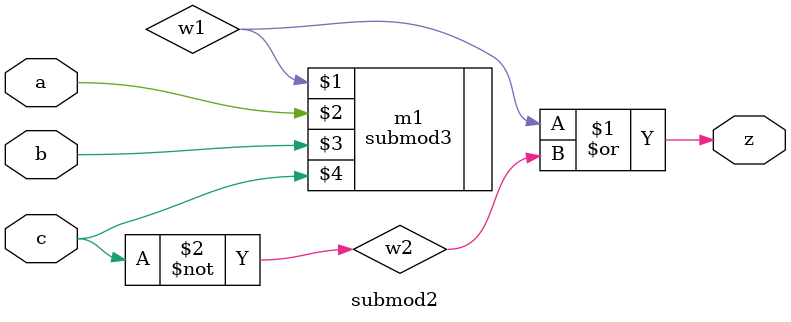
<source format=v>
module submod2(a,b,z,c);

    input a,b,c;
    output z;

    submod3 m1(w1,a,b,c);
    not g1(w2,c);

    or g2(z,w1,w2);

endmodule
</source>
